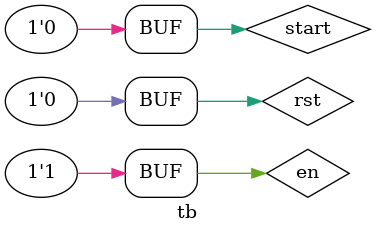
<source format=sv>
`timescale 1ns / 1ps
`define HALF_PERIOD 5
module tb();

    parameter symb_width = 14;
    parameter symb_frac = 12;
    parameter clk_freq = 96_000_000;
    parameter spl_rate = 48_000_000;
    parameter carrier_frq = 240_000;
    parameter baud_rate = 50_000;
    parameter sync_len = 32;
    
    reg clk;
    always #`HALF_PERIOD clk = (clk === 1'b0);
    wire en = 1;
    wire rst = 0;
    reg start = 0;
    wire signed [symb_width-1:0] I, Q;
//    wire sym_gen_ready;
    
    wire new_sample;
    clockdiv
    #(
        .I_CLK_FRQ(clk_freq),
        .FREQUENCY(spl_rate)
    ) sample_rate_generator (
        .rst(0),
        .en(en),
        .i_clk(clk),
        .o_clk(new_sample)
    );
    
    IQGenerator #(
        .SYMBOL_WIDTH(symb_width),
        .SYMBOL_FRAC(symb_frac),
        .SAMPLE_RATE(spl_rate),
        .FREQUENCY(carrier_frq),
        .RES(8)
    ) carrier (
        .clk(clk),
        .rst(rst),
        .en(en),
        .new_sample(new_sample),
        .offset(0),
        .I(I),
        .Q(Q)
    );
    
endmodule

</source>
